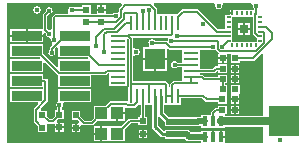
<source format=gtl>
G04 ================== begin FILE IDENTIFICATION RECORD ==================*
G04 Layout Name:  C:/USERS/MSAHADAT3/DROPBOX/GATECH/ETDS_PCB/allegro/ETDS_CHIP_AN.brd*
G04 Film Name:    TOP*
G04 File Format:  Gerber RS274X*
G04 File Origin:  Cadence Allegro 16.6-P004*
G04 Origin Date:  Thu Sep 11 12:01:08 2014*
G04 *
G04 Layer:  VIA CLASS/TOP*
G04 Layer:  PIN/TOP*
G04 Layer:  ETCH/TOP*
G04 *
G04 Offset:    (0.00 0.00)*
G04 Mirror:    No*
G04 Mode:      Positive*
G04 Rotation:  0*
G04 FullContactRelief:  No*
G04 UndefLineWidth:     5.00*
G04 ================== end FILE IDENTIFICATION RECORD ====================*
%FSLAX25Y25*MOIN*%
%IR0*IPPOS*OFA0.00000B0.00000*MIA0B0*SFA1.00000B1.00000*%
%ADD11R,.1X.032*%
%ADD21R,.007X.012*%
%ADD20R,.012X.007*%
%ADD10C,.015*%
%ADD22R,.1X.1*%
%ADD19R,.03X.03*%
%ADD16R,.01X.05*%
%ADD14R,.05X.01*%
%ADD13R,.04X.04*%
%ADD17R,.016X.032*%
%ADD15R,.07X.07*%
%ADD12R,.019X.019*%
%ADD18R,.019X.019*%
%ADD23C,.01*%
%ADD24C,.02*%
%ADD25C,.025*%
%ADD26C,.005*%
%ADD27C,.02504*%
%ADD29R,.04004X.04004*%
%ADD28R,.02904X.02904*%
G75*
%LPD*%
G75*
G36*
G01X750901Y1656901D02*
Y1703599D01*
X788871D01*
G02X789153Y1702916I0J-400D01*
G01X788048Y1701811D01*
Y1700819D01*
G02X787492Y1700451I-400J0D01*
G03X785999Y1700052I-492J-1151D01*
G01X783752D01*
Y1702952D01*
X780848D01*
Y1700052D01*
X778652D01*
Y1702952D01*
X775748D01*
Y1702252D01*
X773166D01*
G03X771277Y1700657I-816J-950D01*
G02X770934Y1700052I-343J-205D01*
G01X766640D01*
X765748Y1699160D01*
Y1695080D01*
G02X765240Y1694695I-400J0D01*
G03X764811Y1694739I-340J-1205D01*
G01X764720Y1694732D01*
X764272Y1695181D01*
Y1699509D01*
X764720Y1699958D01*
X764811Y1699951D01*
G03X763651Y1701111I89J1249D01*
G01X763658Y1701020D01*
X762768Y1700131D01*
Y1694902D01*
X751898D01*
Y1690698D01*
X762902D01*
Y1693460D01*
G02X763584Y1693743I400J0D01*
G01X763658Y1693670D01*
X763651Y1693579D01*
G03X764884Y1692238I1249J-89D01*
G02X765271Y1691761I-5J-400D01*
G03X765868Y1690440I1229J-240D01*
G02X765949Y1689812I-202J-345D01*
G01X764998Y1688861D01*
Y1688151D01*
G03X766718Y1687944I752J-1001D01*
G02X766744Y1688481I309J254D01*
G01X767216Y1688953D01*
G02X767898Y1688670I282J-283D01*
G01Y1685698D01*
X777839D01*
X777953Y1685584D01*
G02X777670Y1684902I-283J-282D01*
G01X767898D01*
Y1682669D01*
G02X767216Y1682386I-400J0D01*
G01X762902Y1686700D01*
Y1689902D01*
X751898D01*
Y1685698D01*
X761778D01*
X761892Y1685584D01*
G02X761609Y1684902I-283J-282D01*
G01X751898D01*
Y1680698D01*
X762902D01*
Y1683609D01*
G02X763584Y1683892I400J0D01*
G01X767778Y1679698D01*
X767898D01*
Y1675698D01*
X778902D01*
Y1679698D01*
X783848D01*
X784461Y1680312D01*
X784848D01*
Y1676124D01*
X790852D01*
Y1691576D01*
G02X791193Y1691718I200J0D01*
G01X791374Y1691537D01*
Y1675852D01*
X791124D01*
Y1671048D01*
G02X790783Y1670906I-200J0D01*
G01X790736Y1670952D01*
X785190D01*
X783739Y1669502D01*
X779798D01*
Y1665561D01*
X778788Y1664550D01*
X776612D01*
X775252Y1665911D01*
Y1667752D01*
X772348D01*
Y1664848D01*
X774189D01*
X774803Y1664234D01*
G02X774520Y1663552I-283J-282D01*
G01X772348D01*
Y1660648D01*
X775252D01*
Y1662820D01*
G02X775934Y1663103I400J0D01*
G01X775990Y1663048D01*
X779410D01*
X780861Y1664498D01*
X790002D01*
Y1668596D01*
G02X790685Y1668878I400J0D01*
G01X790715Y1668848D01*
X793405D01*
X794405Y1669848D01*
X795312D01*
Y1666412D01*
X795248Y1666349D01*
Y1665852D01*
X794548D01*
Y1665152D01*
X791389D01*
X788939Y1662702D01*
X779798D01*
Y1657698D01*
X790002D01*
Y1661639D01*
X792011Y1663648D01*
X794548D01*
Y1662948D01*
X797452D01*
Y1665852D01*
X796814D01*
Y1669848D01*
X798998D01*
Y1662135D01*
X802235Y1658898D01*
X803348D01*
Y1658448D01*
X804415D01*
X804439Y1658443D01*
G03X804800Y1658398I365J1457D01*
G01X810028D01*
X810828Y1657598D01*
X815548D01*
Y1656901D01*
X750901D01*
G37*
G36*
G01X823352D02*
Y1661202D01*
X815548D01*
Y1660602D01*
X812072D01*
X811272Y1661402D01*
X804800D01*
G03X804439Y1661357I4J-1502D01*
G01X804415Y1661352D01*
X803348D01*
Y1660902D01*
X803065D01*
X801002Y1662965D01*
Y1665517D01*
G02X801684Y1665799I400J-1D01*
G01X803299Y1664185D01*
Y1664102D01*
G03X803343Y1663739I1501J-2D01*
G01X803348Y1663715D01*
Y1662648D01*
X804415D01*
X804439Y1662643D01*
G03X804800Y1662598I365J1457D01*
G01X814972D01*
X815172Y1662798D01*
X815548D01*
Y1662198D01*
X823352D01*
Y1662548D01*
X836300D01*
Y1656901D01*
X823352D01*
G37*
G36*
G01X804688Y1675852D02*
Y1676661D01*
X803748Y1677602D01*
X792878D01*
Y1685870D01*
G02X793428Y1686240I400J0D01*
G03Y1688560I472J1160D01*
G02X792878Y1688930I-150J370D01*
G01Y1692148D01*
X804178D01*
G02X804523Y1691545I1J-400D01*
G03X804393Y1691241I1076J-640D01*
G01X804379Y1691191D01*
X804201Y1691012D01*
X804011Y1691202D01*
X800151D01*
G03X798183Y1689655I-1002J-751D01*
G02X797873Y1689002I-310J-253D01*
G01X795998D01*
Y1680998D01*
X804002D01*
Y1688120D01*
G02X804684Y1688403I400J0D01*
G01X804902Y1688186D01*
X809148D01*
Y1683784D01*
X807749D01*
G03X807647Y1682280I-1049J-684D01*
G01X809148D01*
Y1677878D01*
X806171D01*
X805154Y1676861D01*
Y1675852D01*
X804688D01*
G37*
G36*
G01X821120Y1694964D02*
X814482Y1701602D01*
X809264D01*
X807813Y1700152D01*
X800752D01*
Y1701833D01*
X799669Y1702916D01*
G02X799951Y1703599I282J283D01*
G01X819825D01*
G02X820206Y1703078I0J-400D01*
G03X822594I1194J-378D01*
G02X822975Y1703599I381J121D01*
G01X832247D01*
G02X832635Y1703102I0J-400D01*
G03X833018Y1701864I1215J-302D01*
G01X833086Y1701804D01*
Y1701352D01*
X825111D01*
Y1699789D01*
X823548D01*
Y1694964D01*
X821120D01*
G37*
G36*
G01X804715Y1665601D02*
X802970Y1667347D01*
Y1669848D01*
X808876D01*
Y1672098D01*
X815884D01*
X817134Y1670848D01*
X821148D01*
Y1670148D01*
X824052D01*
Y1673448D01*
X824152D01*
Y1676352D01*
X823452D01*
Y1676898D01*
X824102D01*
Y1679802D01*
X821198D01*
Y1679102D01*
X816905D01*
X816161Y1679846D01*
X815152D01*
Y1680312D01*
X820024D01*
X820811Y1681098D01*
X821198D01*
Y1680398D01*
X824102D01*
Y1683302D01*
X821198D01*
Y1682602D01*
X820189D01*
X819402Y1681814D01*
X815152D01*
Y1688186D01*
X818645D01*
G03X820160Y1688036I855J914D01*
G01X820295Y1688120D01*
X821467Y1686948D01*
X821365Y1686702D01*
X821248D01*
Y1683798D01*
X824152D01*
Y1686848D01*
X825448D01*
Y1683798D01*
X828352D01*
Y1684498D01*
X833224D01*
X835617Y1686891D01*
G02X836300Y1686609I283J-282D01*
G01Y1666052D01*
X823352D01*
Y1666598D01*
X824052D01*
Y1669502D01*
X821148D01*
Y1668802D01*
X820089D01*
X818698Y1667411D01*
Y1666402D01*
X815548D01*
Y1665802D01*
X813928D01*
X813728Y1665602D01*
X804800D01*
G03X804798Y1665601I600J-1202D01*
G01X804715D01*
G37*
G36*
G01X825752Y1690852D02*
Y1699148D01*
X832748D01*
Y1693327D01*
X834048Y1692027D01*
Y1690852D01*
X825752D01*
G37*
%LPC*%
G75*
G36*
G01X764052Y1660748D02*
X761148D01*
Y1662589D01*
X759698Y1664039D01*
Y1668500D01*
X761214Y1670016D01*
G03X760931Y1670698I-283J282D01*
G01X751898D01*
Y1674902D01*
X762848D01*
Y1675698D01*
X751898D01*
Y1679902D01*
X762902D01*
Y1678552D01*
X764352D01*
Y1671028D01*
X761858Y1668534D01*
G03X762141Y1667852I283J-282D01*
G01X764052D01*
Y1666011D01*
X765062Y1665000D01*
X765738D01*
X766848Y1666111D01*
Y1667952D01*
X767548D01*
Y1668699D01*
G02X767781Y1670840I752J1001D01*
G01X767898Y1670893D01*
Y1674902D01*
X778902D01*
Y1670698D01*
X769840D01*
G03X769467Y1670154I0J-400D01*
G02X769052Y1668699I-1167J-454D01*
G01Y1667952D01*
X769752D01*
Y1665048D01*
X767911D01*
X767297Y1664434D01*
G03X767580Y1663752I283J-282D01*
G01X769752D01*
Y1660848D01*
X766848D01*
Y1663503D01*
G03X766507Y1663644I-200J0D01*
G01X766360Y1663498D01*
X764440D01*
X764393Y1663544D01*
G03X764052Y1663403I-141J-141D01*
G01Y1660748D01*
G37*
G36*
G01X828252Y1670148D02*
X825348D01*
Y1673052D01*
X825448D01*
Y1676352D01*
X828352D01*
Y1673448D01*
X828252D01*
Y1670148D01*
G37*
G54D27*
X760800Y1701366D03*
G54D29*
X829800Y1695000D03*
G54D28*
X796000Y1660200D03*
X826800Y1668050D03*
X826850Y1681850D03*
Y1678350D03*
%LPD*%
G75*
G54D10*
X752151Y1660000D03*
Y1664550D03*
Y1668650D03*
X752350Y1700650D03*
X752200Y1697150D03*
X755800Y1702349D03*
X772200Y1658151D03*
X767400D03*
X761950D03*
X756600Y1658250D03*
X756800Y1664350D03*
X757250Y1672600D03*
X768300Y1669700D03*
X765750Y1687150D03*
X764900Y1693490D03*
X766500Y1691521D03*
X760800Y1701366D03*
X764900Y1701200D03*
X776350Y1658151D03*
X787500Y1667000D03*
X781900Y1678050D03*
X781750Y1673150D03*
X780600Y1689500D03*
X783300Y1687500D03*
X787000Y1699300D03*
X772350Y1701302D03*
X798650Y1658151D03*
X794500Y1679500D03*
X800000Y1685000D03*
X793900Y1687400D03*
X799150Y1690450D03*
X796000Y1700901D03*
X801550Y1702400D03*
X798000Y1701400D03*
X811350Y1667050D03*
X811850Y1670650D03*
X806700Y1683100D03*
X816300Y1696600D03*
X805600Y1690907D03*
X807600Y1692750D03*
X825200Y1661150D03*
X832200Y1661200D03*
X826900Y1674900D03*
X832750Y1671300D03*
X833900Y1679550D03*
X826850Y1694850D03*
X819500Y1689100D03*
X822500D03*
X821400Y1702700D03*
X833850Y1702800D03*
X830750D03*
X841850Y1657920D03*
G54D20*
X824650Y1691063D03*
Y1692638D03*
Y1694213D03*
Y1695787D03*
Y1697362D03*
Y1698937D03*
X835150D03*
Y1697362D03*
Y1695787D03*
Y1694213D03*
Y1692638D03*
Y1691063D03*
G54D11*
X757400Y1672800D03*
Y1677800D03*
Y1682800D03*
Y1687800D03*
Y1692800D03*
X773400Y1672800D03*
Y1677800D03*
Y1682800D03*
Y1687800D03*
Y1692800D03*
G54D12*
X762600Y1666400D03*
Y1662200D03*
X768300Y1662300D03*
Y1666500D03*
X773800Y1662100D03*
Y1666300D03*
X782300Y1697300D03*
X777200D03*
X782300Y1701500D03*
X777200D03*
X796000Y1660200D03*
Y1664400D03*
X804800Y1664100D03*
Y1659900D03*
G54D21*
X825963Y1700250D03*
X827538D03*
X829113D03*
X830687D03*
X832262D03*
X833837D03*
Y1689750D03*
X832262D03*
X830687D03*
X829113D03*
X827538D03*
X825963D03*
G54D13*
X782300Y1660200D03*
X787500Y1667000D03*
X782300D03*
X787500Y1660200D03*
G54D22*
X843150Y1664300D03*
G54D23*
G01X800000Y1672850D02*
Y1662550D01*
X802650Y1659900D01*
X804800D01*
G01X801968Y1672850D02*
Y1666932D01*
X804800Y1664100D01*
G54D14*
X787850Y1677126D03*
Y1679094D03*
Y1681063D03*
Y1683032D03*
Y1685000D03*
Y1686968D03*
Y1688937D03*
Y1690906D03*
Y1692874D03*
X812150Y1683032D03*
Y1681063D03*
Y1679094D03*
Y1677126D03*
Y1692874D03*
Y1690906D03*
Y1688937D03*
Y1686968D03*
Y1685000D03*
G54D24*
G01X816850Y1659100D02*
X811450D01*
X810650Y1659900D01*
X804800D01*
G01Y1664100D02*
X814350D01*
X814550Y1664300D01*
X816850D01*
G54D15*
X800000Y1685000D03*
G54D25*
G01X822050Y1664300D02*
X843150D01*
G54D16*
X801968Y1672850D03*
X800000D03*
X798032D03*
X796063D03*
X794094D03*
X792126D03*
Y1697150D03*
X794094D03*
X796063D03*
X798032D03*
X800000D03*
X801968D03*
X807874Y1672850D03*
X805906D03*
X803937D03*
Y1697150D03*
X805906D03*
X807874D03*
G54D26*
G01X751698Y1692800D02*
X757400D01*
G01X768300Y1660648D02*
Y1662300D01*
G01D02*
Y1663952D01*
G01X766648Y1662300D02*
X768300D01*
G01D02*
X769952D01*
G01X757400Y1677800D02*
X763600D01*
Y1671339D01*
X760450Y1668189D01*
Y1664350D01*
X762600Y1662200D01*
G01X768300Y1669700D02*
Y1666500D01*
G01D02*
X766049Y1664249D01*
X764751D01*
X762600Y1666400D01*
G01X787850Y1681063D02*
X784150D01*
X783537Y1680450D01*
X768089D01*
X760739Y1687800D01*
X757400D01*
G01X765750Y1687150D02*
Y1688550D01*
X770000Y1692800D01*
X773400D01*
G01X757400Y1690498D02*
Y1692800D01*
G01D02*
Y1695102D01*
G01Y1692800D02*
X763102D01*
G01X764900Y1701200D02*
X763520Y1699820D01*
Y1694870D01*
X764900Y1693490D01*
G01X787000Y1699300D02*
X766951D01*
X766500Y1698849D01*
Y1691521D01*
G01X773800Y1660448D02*
Y1662100D01*
G01D02*
Y1663752D01*
G01X772148Y1662100D02*
X773800D01*
G01D02*
X775452D01*
G01X782300Y1657498D02*
Y1660200D01*
G01D02*
Y1662902D01*
G01X779598Y1660200D02*
X782300D01*
G01X794094Y1672850D02*
Y1670600D01*
X793094Y1669600D01*
X791026D01*
X790425Y1670201D01*
X785501D01*
X782300Y1667000D01*
G01X773800Y1666300D02*
X776301Y1663799D01*
X779099D01*
X782300Y1667000D01*
G01X787850Y1683032D02*
X781568D01*
X776800Y1687800D01*
X773400D01*
G01X780600Y1689500D02*
Y1692500D01*
X783226Y1695126D01*
X786526D01*
X789800Y1698400D01*
Y1700306D01*
X789900Y1700406D01*
X793994D01*
X794094Y1700306D01*
Y1697150D01*
G01X783300Y1687500D02*
Y1693401D01*
X784025Y1694126D01*
X787402D01*
X790426Y1697150D01*
X792126D01*
G01X777200Y1697300D02*
X782300D01*
G01X800000Y1697150D02*
Y1701522D01*
X798622Y1702900D01*
X790200D01*
X788800Y1701500D01*
Y1698978D01*
X787122Y1697300D01*
X782300D01*
G01X772350Y1701302D02*
X772548Y1701500D01*
X777200D01*
G01X782300D02*
Y1703152D01*
G01X780648Y1701500D02*
X782300D01*
G01D02*
X783952D01*
G01X796000Y1658548D02*
Y1660200D01*
G01D02*
Y1661852D01*
G01X794348Y1660200D02*
X796000D01*
G01D02*
X797652D01*
G01X787500Y1664298D02*
Y1667000D01*
G01D02*
X790202D01*
G01X796063Y1672850D02*
Y1666101D01*
X796000Y1666038D01*
Y1664400D01*
G01X787500Y1660200D02*
X791700Y1664400D01*
X796000D01*
G01X800000Y1680798D02*
Y1685000D01*
G01X791100Y1692874D02*
X792126Y1691848D01*
Y1676850D01*
G01X798032Y1672850D02*
Y1675100D01*
X798025Y1675107D01*
Y1676850D01*
G01D02*
X803437D01*
X803937Y1676350D01*
Y1672850D01*
G01X792126Y1676850D02*
Y1672850D01*
G01Y1676850D02*
X798025D01*
G01X795798Y1685000D02*
X800000D01*
G01D02*
X804202D01*
G01X798000Y1701400D02*
X798032Y1701368D01*
Y1697150D01*
G01X799150Y1690450D02*
X803700D01*
X805213Y1688937D01*
X812150D01*
G01X796000Y1700901D02*
X796063Y1700838D01*
Y1697150D01*
G01X791100Y1692874D02*
Y1692900D01*
X805356D01*
X805906Y1693450D01*
Y1697150D01*
G01X791100Y1692874D02*
X787850D01*
G01X807874Y1672850D02*
X816195D01*
X817445Y1671600D01*
X822600D01*
G01X806700Y1683100D02*
X806768Y1683032D01*
X812150D01*
G01Y1679094D02*
X815850D01*
X816594Y1678350D01*
X822650D01*
G01X812150Y1677126D02*
Y1679094D01*
G01X805906Y1672850D02*
Y1676550D01*
X806482Y1677126D01*
X812150D01*
G01X803937Y1672850D02*
X805906D01*
G01X812150Y1681063D02*
X819713D01*
X820500Y1681850D01*
X822650D01*
G01X835150Y1694213D02*
X836450D01*
X836550Y1694113D01*
Y1690352D01*
X833798Y1687600D01*
X821878D01*
X821000Y1688478D01*
Y1690807D01*
X820901Y1690906D01*
X812150D01*
G01X805600Y1690907D02*
X805601Y1690906D01*
X812150D01*
G01X824650Y1692638D02*
X812386D01*
X812150Y1692874D01*
G01X807600Y1692750D02*
X807724Y1692874D01*
X812150D01*
G01X819500Y1689100D02*
X819337Y1688937D01*
X812150D01*
G01X807874Y1697150D02*
Y1699150D01*
X809575Y1700851D01*
X814171D01*
X820809Y1694213D01*
X824650D01*
G01X819450Y1661750D02*
Y1659100D01*
G01X826800Y1666398D02*
Y1668050D01*
G01D02*
Y1669702D01*
G01X825148Y1668050D02*
X826800D01*
G01D02*
X828452D01*
G01X822050Y1659100D02*
Y1661402D01*
G01Y1659100D02*
X823552D01*
G01X822600Y1668050D02*
X820400D01*
X819450Y1667100D01*
Y1664300D01*
G01X826850Y1676698D02*
Y1678350D01*
G01D02*
Y1680002D01*
G01X825198Y1678350D02*
X826850D01*
G01D02*
X828502D01*
G01X826850Y1680198D02*
Y1681850D01*
G01D02*
Y1683502D01*
G01X825198Y1681850D02*
X826850D01*
G01D02*
X828502D01*
G01X822700Y1683598D02*
Y1685250D01*
G01X826800Y1669948D02*
Y1671600D01*
G01X825148D02*
X826800D01*
G01D02*
X828452D01*
G01X822700Y1674900D02*
Y1676650D01*
X822650Y1676700D01*
Y1678350D01*
G01X835150Y1692638D02*
X834500D01*
X833500Y1693638D01*
Y1699913D01*
X833837Y1700250D01*
G01X829800Y1692798D02*
Y1695000D01*
G01D02*
Y1697202D01*
G01X827598Y1695000D02*
X829800D01*
G01D02*
X832002D01*
G01X821048Y1685250D02*
X822700D01*
G01D02*
X824352D01*
G01X822500Y1689100D02*
X824463Y1691063D01*
X824650D01*
G01X826900Y1685250D02*
X832913D01*
X839300Y1691637D01*
Y1693637D01*
X837150Y1695787D01*
X835150D01*
G01X833850Y1702800D02*
X833837Y1702787D01*
Y1700250D01*
G01X825963D02*
Y1701552D01*
G01X824911Y1700250D02*
X825963D01*
G54D17*
X819450Y1659100D03*
X816850D03*
Y1664300D03*
X819450D03*
X822050Y1659100D03*
Y1664300D03*
G54D18*
X826800Y1668050D03*
X822600D03*
X822700Y1674900D03*
X826900D03*
X826800Y1671600D03*
X822600D03*
X822700Y1685250D03*
X826900D03*
X826850Y1681850D03*
X822650D03*
X826850Y1678350D03*
X822650D03*
G54D19*
X829800Y1695000D03*
M02*

</source>
